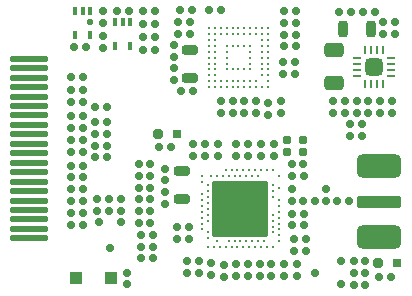
<source format=gbr>
%TF.GenerationSoftware,Altium Limited,Altium Designer,24.8.2 (39)*%
G04 Layer_Color=255*
%FSLAX45Y45*%
%MOMM*%
%TF.SameCoordinates,B03309B8-0E9A-45A2-8570-9956D1A1A338*%
%TF.FilePolarity,Positive*%
%TF.FileFunction,Pads,Top*%
%TF.Part,CustomerPanel*%
G01*
G75*
%TA.AperFunction,SMDPad,CuDef*%
G04:AMPARAMS|DCode=11|XSize=0.5mm|YSize=0.5mm|CornerRadius=0.125mm|HoleSize=0mm|Usage=FLASHONLY|Rotation=0.000|XOffset=0mm|YOffset=0mm|HoleType=Round|Shape=RoundedRectangle|*
%AMROUNDEDRECTD11*
21,1,0.50000,0.25000,0,0,0.0*
21,1,0.25000,0.50000,0,0,0.0*
1,1,0.25000,0.12500,-0.12500*
1,1,0.25000,-0.12500,-0.12500*
1,1,0.25000,-0.12500,0.12500*
1,1,0.25000,0.12500,0.12500*
%
%ADD11ROUNDEDRECTD11*%
G04:AMPARAMS|DCode=12|XSize=0.6mm|YSize=0.7mm|CornerRadius=0.15mm|HoleSize=0mm|Usage=FLASHONLY|Rotation=270.000|XOffset=0mm|YOffset=0mm|HoleType=Round|Shape=RoundedRectangle|*
%AMROUNDEDRECTD12*
21,1,0.60000,0.40000,0,0,270.0*
21,1,0.30000,0.70000,0,0,270.0*
1,1,0.30000,-0.20000,-0.15000*
1,1,0.30000,-0.20000,0.15000*
1,1,0.30000,0.20000,0.15000*
1,1,0.30000,0.20000,-0.15000*
%
%ADD12ROUNDEDRECTD12*%
G04:AMPARAMS|DCode=13|XSize=0.33mm|YSize=0.7mm|CornerRadius=0.0825mm|HoleSize=0mm|Usage=FLASHONLY|Rotation=0.000|XOffset=0mm|YOffset=0mm|HoleType=Round|Shape=RoundedRectangle|*
%AMROUNDEDRECTD13*
21,1,0.33000,0.53500,0,0,0.0*
21,1,0.16500,0.70000,0,0,0.0*
1,1,0.16500,0.08250,-0.26750*
1,1,0.16500,-0.08250,-0.26750*
1,1,0.16500,-0.08250,0.26750*
1,1,0.16500,0.08250,0.26750*
%
%ADD13ROUNDEDRECTD13*%
%ADD14R,0.33000X0.70000*%
G04:AMPARAMS|DCode=15|XSize=0.6mm|YSize=0.6mm|CornerRadius=0.15mm|HoleSize=0mm|Usage=FLASHONLY|Rotation=270.000|XOffset=0mm|YOffset=0mm|HoleType=Round|Shape=RoundedRectangle|*
%AMROUNDEDRECTD15*
21,1,0.60000,0.30000,0,0,270.0*
21,1,0.30000,0.60000,0,0,270.0*
1,1,0.30000,-0.15000,-0.15000*
1,1,0.30000,-0.15000,0.15000*
1,1,0.30000,0.15000,0.15000*
1,1,0.30000,0.15000,-0.15000*
%
%ADD15ROUNDEDRECTD15*%
%TA.AperFunction,BGAPad,CuDef*%
%ADD16C,0.26000*%
%TA.AperFunction,SMDPad,CuDef*%
G04:AMPARAMS|DCode=17|XSize=4.75mm|YSize=4.75mm|CornerRadius=0.2375mm|HoleSize=0mm|Usage=FLASHONLY|Rotation=0.000|XOffset=0mm|YOffset=0mm|HoleType=Round|Shape=RoundedRectangle|*
%AMROUNDEDRECTD17*
21,1,4.75000,4.27500,0,0,0.0*
21,1,4.27500,4.75000,0,0,0.0*
1,1,0.47500,2.13750,-2.13750*
1,1,0.47500,-2.13750,-2.13750*
1,1,0.47500,-2.13750,2.13750*
1,1,0.47500,2.13750,2.13750*
%
%ADD17ROUNDEDRECTD17*%
G04:AMPARAMS|DCode=18|XSize=0.6mm|YSize=0.6mm|CornerRadius=0.15mm|HoleSize=0mm|Usage=FLASHONLY|Rotation=0.000|XOffset=0mm|YOffset=0mm|HoleType=Round|Shape=RoundedRectangle|*
%AMROUNDEDRECTD18*
21,1,0.60000,0.30000,0,0,0.0*
21,1,0.30000,0.60000,0,0,0.0*
1,1,0.30000,0.15000,-0.15000*
1,1,0.30000,-0.15000,-0.15000*
1,1,0.30000,-0.15000,0.15000*
1,1,0.30000,0.15000,0.15000*
%
%ADD18ROUNDEDRECTD18*%
G04:AMPARAMS|DCode=19|XSize=0.6mm|YSize=0.7mm|CornerRadius=0.15mm|HoleSize=0mm|Usage=FLASHONLY|Rotation=0.000|XOffset=0mm|YOffset=0mm|HoleType=Round|Shape=RoundedRectangle|*
%AMROUNDEDRECTD19*
21,1,0.60000,0.40000,0,0,0.0*
21,1,0.30000,0.70000,0,0,0.0*
1,1,0.30000,0.15000,-0.20000*
1,1,0.30000,-0.15000,-0.20000*
1,1,0.30000,-0.15000,0.20000*
1,1,0.30000,0.15000,0.20000*
%
%ADD19ROUNDEDRECTD19*%
G04:AMPARAMS|DCode=20|XSize=0.8mm|YSize=1.35mm|CornerRadius=0.2mm|HoleSize=0mm|Usage=FLASHONLY|Rotation=90.000|XOffset=0mm|YOffset=0mm|HoleType=Round|Shape=RoundedRectangle|*
%AMROUNDEDRECTD20*
21,1,0.80000,0.95000,0,0,90.0*
21,1,0.40000,1.35000,0,0,90.0*
1,1,0.40000,0.47500,0.20000*
1,1,0.40000,0.47500,-0.20000*
1,1,0.40000,-0.47500,-0.20000*
1,1,0.40000,-0.47500,0.20000*
%
%ADD20ROUNDEDRECTD20*%
%TA.AperFunction,BGAPad,CuDef*%
%ADD21C,0.25000*%
%TA.AperFunction,ConnectorPad*%
G04:AMPARAMS|DCode=22|XSize=1mm|YSize=3.8mm|CornerRadius=0.25mm|HoleSize=0mm|Usage=FLASHONLY|Rotation=270.000|XOffset=0mm|YOffset=0mm|HoleType=Round|Shape=RoundedRectangle|*
%AMROUNDEDRECTD22*
21,1,1.00000,3.30000,0,0,270.0*
21,1,0.50000,3.80000,0,0,270.0*
1,1,0.50000,-1.65000,-0.25000*
1,1,0.50000,-1.65000,0.25000*
1,1,0.50000,1.65000,0.25000*
1,1,0.50000,1.65000,-0.25000*
%
%ADD22ROUNDEDRECTD22*%
G04:AMPARAMS|DCode=23|XSize=2mm|YSize=3.8mm|CornerRadius=0.5mm|HoleSize=0mm|Usage=FLASHONLY|Rotation=270.000|XOffset=0mm|YOffset=0mm|HoleType=Round|Shape=RoundedRectangle|*
%AMROUNDEDRECTD23*
21,1,2.00000,2.80000,0,0,270.0*
21,1,1.00000,3.80000,0,0,270.0*
1,1,1.00000,-1.40000,-0.50000*
1,1,1.00000,-1.40000,0.50000*
1,1,1.00000,1.40000,0.50000*
1,1,1.00000,1.40000,-0.50000*
%
%ADD23ROUNDEDRECTD23*%
%TA.AperFunction,SMDPad,CuDef*%
G04:AMPARAMS|DCode=24|XSize=0.8mm|YSize=0.8mm|CornerRadius=0.2mm|HoleSize=0mm|Usage=FLASHONLY|Rotation=270.000|XOffset=0mm|YOffset=0mm|HoleType=Round|Shape=RoundedRectangle|*
%AMROUNDEDRECTD24*
21,1,0.80000,0.40000,0,0,270.0*
21,1,0.40000,0.80000,0,0,270.0*
1,1,0.40000,-0.20000,-0.20000*
1,1,0.40000,-0.20000,0.20000*
1,1,0.40000,0.20000,0.20000*
1,1,0.40000,0.20000,-0.20000*
%
%ADD24ROUNDEDRECTD24*%
%ADD25R,0.80000X0.80000*%
G04:AMPARAMS|DCode=26|XSize=0.75mm|YSize=0.65mm|CornerRadius=0.1625mm|HoleSize=0mm|Usage=FLASHONLY|Rotation=0.000|XOffset=0mm|YOffset=0mm|HoleType=Round|Shape=RoundedRectangle|*
%AMROUNDEDRECTD26*
21,1,0.75000,0.32500,0,0,0.0*
21,1,0.42500,0.65000,0,0,0.0*
1,1,0.32500,0.21250,-0.16250*
1,1,0.32500,-0.21250,-0.16250*
1,1,0.32500,-0.21250,0.16250*
1,1,0.32500,0.21250,0.16250*
%
%ADD26ROUNDEDRECTD26*%
%ADD27R,1.10000X1.10000*%
G04:AMPARAMS|DCode=28|XSize=1.1mm|YSize=1.1mm|CornerRadius=0.275mm|HoleSize=0mm|Usage=FLASHONLY|Rotation=270.000|XOffset=0mm|YOffset=0mm|HoleType=Round|Shape=RoundedRectangle|*
%AMROUNDEDRECTD28*
21,1,1.10000,0.55000,0,0,270.0*
21,1,0.55000,1.10000,0,0,270.0*
1,1,0.55000,-0.27500,-0.27500*
1,1,0.55000,-0.27500,0.27500*
1,1,0.55000,0.27500,0.27500*
1,1,0.55000,0.27500,-0.27500*
%
%ADD28ROUNDEDRECTD28*%
%ADD29R,0.75000X0.23000*%
G04:AMPARAMS|DCode=30|XSize=0.23mm|YSize=0.75mm|CornerRadius=0.0575mm|HoleSize=0mm|Usage=FLASHONLY|Rotation=90.000|XOffset=0mm|YOffset=0mm|HoleType=Round|Shape=RoundedRectangle|*
%AMROUNDEDRECTD30*
21,1,0.23000,0.63500,0,0,90.0*
21,1,0.11500,0.75000,0,0,90.0*
1,1,0.11500,0.31750,0.05750*
1,1,0.11500,0.31750,-0.05750*
1,1,0.11500,-0.31750,-0.05750*
1,1,0.11500,-0.31750,0.05750*
%
%ADD30ROUNDEDRECTD30*%
G04:AMPARAMS|DCode=31|XSize=0.23mm|YSize=0.75mm|CornerRadius=0.0575mm|HoleSize=0mm|Usage=FLASHONLY|Rotation=0.000|XOffset=0mm|YOffset=0mm|HoleType=Round|Shape=RoundedRectangle|*
%AMROUNDEDRECTD31*
21,1,0.23000,0.63500,0,0,0.0*
21,1,0.11500,0.75000,0,0,0.0*
1,1,0.11500,0.05750,-0.31750*
1,1,0.11500,-0.05750,-0.31750*
1,1,0.11500,-0.05750,0.31750*
1,1,0.11500,0.05750,0.31750*
%
%ADD31ROUNDEDRECTD31*%
G04:AMPARAMS|DCode=32|XSize=1.5mm|YSize=1.5mm|CornerRadius=0.375mm|HoleSize=0mm|Usage=FLASHONLY|Rotation=0.000|XOffset=0mm|YOffset=0mm|HoleType=Round|Shape=RoundedRectangle|*
%AMROUNDEDRECTD32*
21,1,1.50000,0.75000,0,0,0.0*
21,1,0.75000,1.50000,0,0,0.0*
1,1,0.75000,0.37500,-0.37500*
1,1,0.75000,-0.37500,-0.37500*
1,1,0.75000,-0.37500,0.37500*
1,1,0.75000,0.37500,0.37500*
%
%ADD32ROUNDEDRECTD32*%
G04:AMPARAMS|DCode=33|XSize=0.8mm|YSize=1.35mm|CornerRadius=0.2mm|HoleSize=0mm|Usage=FLASHONLY|Rotation=180.000|XOffset=0mm|YOffset=0mm|HoleType=Round|Shape=RoundedRectangle|*
%AMROUNDEDRECTD33*
21,1,0.80000,0.95000,0,0,180.0*
21,1,0.40000,1.35000,0,0,180.0*
1,1,0.40000,-0.20000,0.47500*
1,1,0.40000,0.20000,0.47500*
1,1,0.40000,0.20000,-0.47500*
1,1,0.40000,-0.20000,-0.47500*
%
%ADD33ROUNDEDRECTD33*%
G04:AMPARAMS|DCode=34|XSize=1.65mm|YSize=1.25mm|CornerRadius=0.3125mm|HoleSize=0mm|Usage=FLASHONLY|Rotation=0.000|XOffset=0mm|YOffset=0mm|HoleType=Round|Shape=RoundedRectangle|*
%AMROUNDEDRECTD34*
21,1,1.65000,0.62500,0,0,0.0*
21,1,1.02500,1.25000,0,0,0.0*
1,1,0.62500,0.51250,-0.31250*
1,1,0.62500,-0.51250,-0.31250*
1,1,0.62500,-0.51250,0.31250*
1,1,0.62500,0.51250,0.31250*
%
%ADD34ROUNDEDRECTD34*%
G04:AMPARAMS|DCode=35|XSize=3.2mm|YSize=0.5mm|CornerRadius=0.125mm|HoleSize=0mm|Usage=FLASHONLY|Rotation=0.000|XOffset=0mm|YOffset=0mm|HoleType=Round|Shape=RoundedRectangle|*
%AMROUNDEDRECTD35*
21,1,3.20000,0.25000,0,0,0.0*
21,1,2.95000,0.50000,0,0,0.0*
1,1,0.25000,1.47500,-0.12500*
1,1,0.25000,-1.47500,-0.12500*
1,1,0.25000,-1.47500,0.12500*
1,1,0.25000,1.47500,0.12500*
%
%ADD35ROUNDEDRECTD35*%
D11*
X1819998Y3569996D02*
D03*
D12*
X3725000Y1449995D02*
D03*
X3945000Y1544996D02*
D03*
Y1354993D02*
D03*
D13*
X1819998Y3464996D02*
D03*
X1689996D02*
D03*
Y3664995D02*
D03*
X1754995D02*
D03*
X2160000Y3369995D02*
D03*
X2029997D02*
D03*
Y3569995D02*
D03*
X2094996D02*
D03*
D14*
X1819998Y3664995D02*
D03*
X2160000Y3569995D02*
D03*
D15*
X3874997Y2804997D02*
D03*
X3974997D02*
D03*
X3875001Y2904996D02*
D03*
X3975000D02*
D03*
X2329997Y1969995D02*
D03*
X2229997D02*
D03*
X2664997Y3569995D02*
D03*
X2564997D02*
D03*
X4149998Y1344996D02*
D03*
X4049999D02*
D03*
X2329997Y2369993D02*
D03*
X2229997D02*
D03*
Y2069995D02*
D03*
X2329997D02*
D03*
X2229997Y2269996D02*
D03*
X2329997D02*
D03*
Y2169995D02*
D03*
X2229997D02*
D03*
X4049999Y1444996D02*
D03*
X4149998D02*
D03*
X4264999Y1414995D02*
D03*
X4364999D02*
D03*
X4150000Y1544995D02*
D03*
X4050000D02*
D03*
X1759999Y2894997D02*
D03*
X1659999D02*
D03*
X1759997Y2994998D02*
D03*
X1659997D02*
D03*
X2249997Y1769995D02*
D03*
X2349997D02*
D03*
X2349999Y1669994D02*
D03*
X2250000D02*
D03*
X2350000Y1569996D02*
D03*
X2250000D02*
D03*
X2229997Y1869995D02*
D03*
X2329997D02*
D03*
X2654999Y1734997D02*
D03*
X2554999D02*
D03*
X1659997Y2354996D02*
D03*
X1759997D02*
D03*
X1659997Y2254997D02*
D03*
X1759997D02*
D03*
X1959999Y2424994D02*
D03*
X1859999D02*
D03*
X1959999Y2624996D02*
D03*
X1859999D02*
D03*
X1959997Y2724996D02*
D03*
X1859997D02*
D03*
X1659999Y2574996D02*
D03*
X1759999D02*
D03*
X1760000Y2474994D02*
D03*
X1660000D02*
D03*
X1659997Y2674995D02*
D03*
X1759997D02*
D03*
X1659999Y2774995D02*
D03*
X1759999D02*
D03*
X1959996Y2524994D02*
D03*
X1859997D02*
D03*
X4019999Y2604998D02*
D03*
X4119999D02*
D03*
Y2704998D02*
D03*
X4019999D02*
D03*
X1859999Y2854993D02*
D03*
X1959999D02*
D03*
X2564999Y3469997D02*
D03*
X2664999D02*
D03*
X2579997Y3669998D02*
D03*
X2679996D02*
D03*
X1660000Y3109996D02*
D03*
X1760000D02*
D03*
X3560000Y3364997D02*
D03*
X3460000D02*
D03*
X1659997Y2054996D02*
D03*
X1759997D02*
D03*
X1659998Y2154996D02*
D03*
X1759998D02*
D03*
X3644999Y1634996D02*
D03*
X3544999D02*
D03*
X3644999Y1734996D02*
D03*
X3544999D02*
D03*
X3530001Y1849995D02*
D03*
X3630001D02*
D03*
X3630000Y2269994D02*
D03*
X3530001D02*
D03*
X3625001Y2369993D02*
D03*
X3525001D02*
D03*
X3630001Y1949994D02*
D03*
X3530001D02*
D03*
X3620000Y2054994D02*
D03*
X3720000D02*
D03*
X4010000D02*
D03*
X3910000D02*
D03*
X2554998Y1834998D02*
D03*
X2654998D02*
D03*
X4129997Y3659995D02*
D03*
X4229997D02*
D03*
X4029997D02*
D03*
X3929997D02*
D03*
X1784997Y3359995D02*
D03*
X1684997D02*
D03*
X2365001Y3664994D02*
D03*
X2265001D02*
D03*
X2044999Y3664997D02*
D03*
X2144999D02*
D03*
X2265001Y3554997D02*
D03*
X2365001D02*
D03*
X2264998Y3334993D02*
D03*
X2364998D02*
D03*
X2365001Y3444995D02*
D03*
X2265001D02*
D03*
X3452998Y3129997D02*
D03*
X3552998D02*
D03*
X2689997Y2984994D02*
D03*
X2589997D02*
D03*
X1760000Y1854995D02*
D03*
X1660000D02*
D03*
X1760000Y1954995D02*
D03*
X1660000D02*
D03*
X2504999Y2509996D02*
D03*
X2404999D02*
D03*
X2830001Y3669998D02*
D03*
X2930001D02*
D03*
X3552998Y3229997D02*
D03*
X3452998D02*
D03*
X3460001Y3664997D02*
D03*
X3560001D02*
D03*
X3459998Y3464998D02*
D03*
X3559998D02*
D03*
X3460001Y3564997D02*
D03*
X3560001D02*
D03*
D16*
X2817226Y1939998D02*
D03*
X2967223Y2314993D02*
D03*
X3017226D02*
D03*
X3367228D02*
D03*
X3317225D02*
D03*
X3267228D02*
D03*
X3217225D02*
D03*
X3167228D02*
D03*
X3117226D02*
D03*
X3067228Y1664997D02*
D03*
X2892227Y1714995D02*
D03*
X2992227D02*
D03*
X3042225D02*
D03*
X2817226Y1664997D02*
D03*
X2867224D02*
D03*
X2917226D02*
D03*
X2967223D02*
D03*
X3017226D02*
D03*
X3367228D02*
D03*
X3317225D02*
D03*
X3267228D02*
D03*
X3217225D02*
D03*
X3167228D02*
D03*
X3117226D02*
D03*
X3417225Y1714995D02*
D03*
X3292227D02*
D03*
X3242224D02*
D03*
X3192227D02*
D03*
X3142224D02*
D03*
X3092227D02*
D03*
Y2264996D02*
D03*
X2842225D02*
D03*
X2892227D02*
D03*
X2942225D02*
D03*
X2992227D02*
D03*
X3042225D02*
D03*
X3417225D02*
D03*
X3242224D02*
D03*
X3192227D02*
D03*
X3142224D02*
D03*
X3067228Y2314993D02*
D03*
X2817226Y1739993D02*
D03*
Y1789996D02*
D03*
X2767224Y1814994D02*
D03*
Y1864997D02*
D03*
X2817226Y1889995D02*
D03*
X2767224Y1914994D02*
D03*
Y1964997D02*
D03*
X2817226Y1989995D02*
D03*
X2767224Y2014994D02*
D03*
X2817226Y2039998D02*
D03*
X2767224Y2064996D02*
D03*
X2817226Y2089995D02*
D03*
X2767224Y2114994D02*
D03*
X2817226Y2139997D02*
D03*
Y2189995D02*
D03*
X2767224Y2214994D02*
D03*
Y2264996D02*
D03*
X3367228Y1939998D02*
D03*
Y1789996D02*
D03*
Y1889995D02*
D03*
Y2089995D02*
D03*
Y2139997D02*
D03*
Y2189995D02*
D03*
X3417225Y1814994D02*
D03*
Y1864997D02*
D03*
Y1914994D02*
D03*
Y1964997D02*
D03*
Y2014994D02*
D03*
Y2064996D02*
D03*
Y2164996D02*
D03*
X3367223Y1839998D02*
D03*
X3417225Y1764997D02*
D03*
D17*
X3092227Y1989995D02*
D03*
D18*
X3124998Y2899996D02*
D03*
Y2799996D02*
D03*
X2079998Y1974995D02*
D03*
Y2074995D02*
D03*
X2845001Y1429994D02*
D03*
Y1529993D02*
D03*
X2955001Y1509994D02*
D03*
Y1409994D02*
D03*
X3254998Y1524996D02*
D03*
Y1424997D02*
D03*
X3155001Y1424996D02*
D03*
Y1524996D02*
D03*
X2640000Y1544994D02*
D03*
Y1444994D02*
D03*
X2740001Y1544996D02*
D03*
Y1444996D02*
D03*
X1980000Y1974997D02*
D03*
Y2074997D02*
D03*
X4174999Y2904997D02*
D03*
Y2804997D02*
D03*
X4075000Y2904997D02*
D03*
Y2804997D02*
D03*
X4274998D02*
D03*
Y2904997D02*
D03*
X4374996Y2904996D02*
D03*
Y2804997D02*
D03*
X3574998Y1524994D02*
D03*
Y1424994D02*
D03*
X3354998Y1424995D02*
D03*
Y1524994D02*
D03*
X2794999Y2539993D02*
D03*
Y2439993D02*
D03*
X3054998Y2439996D02*
D03*
Y2539996D02*
D03*
X3264997Y2539997D02*
D03*
Y2439997D02*
D03*
X3815000Y2154994D02*
D03*
Y2054994D02*
D03*
X3530001Y2154994D02*
D03*
Y2054994D02*
D03*
X2454996Y2029995D02*
D03*
Y2129994D02*
D03*
Y2329994D02*
D03*
Y2229995D02*
D03*
X2900000Y2539996D02*
D03*
Y2439996D02*
D03*
X3054998Y1424996D02*
D03*
Y1524995D02*
D03*
X3460001Y1424995D02*
D03*
Y1524995D02*
D03*
X3158532Y2539997D02*
D03*
Y2439997D02*
D03*
X3379999Y2539996D02*
D03*
Y2439996D02*
D03*
X2690001Y2539996D02*
D03*
Y2439996D02*
D03*
X4399999Y3571995D02*
D03*
Y3471995D02*
D03*
X4299999Y3571995D02*
D03*
Y3471995D02*
D03*
X1924996Y3664994D02*
D03*
Y3564995D02*
D03*
Y3354998D02*
D03*
Y3454997D02*
D03*
X3024998Y2899996D02*
D03*
Y2799996D02*
D03*
X2924998Y2899996D02*
D03*
Y2799996D02*
D03*
X3324998Y2884995D02*
D03*
Y2784995D02*
D03*
X3224998Y2899995D02*
D03*
Y2799995D02*
D03*
X1879999Y1974994D02*
D03*
Y2074993D02*
D03*
X3434998Y2899996D02*
D03*
Y2799996D02*
D03*
X2129998Y1449995D02*
D03*
Y1349995D02*
D03*
X2529998Y3179996D02*
D03*
Y3079996D02*
D03*
Y3274996D02*
D03*
Y3374996D02*
D03*
D19*
X1990001Y1654997D02*
D03*
X1895000Y1874997D02*
D03*
X2084997D02*
D03*
D20*
X2662997Y3094994D02*
D03*
Y3334994D02*
D03*
X2594996Y2069995D02*
D03*
Y2309995D02*
D03*
D21*
X2824996Y3519996D02*
D03*
X2874999D02*
D03*
X2924996D02*
D03*
X2974999D02*
D03*
X3025001D02*
D03*
X3074998D02*
D03*
X3125001D02*
D03*
X3174998D02*
D03*
X3225001D02*
D03*
X3274998D02*
D03*
X3325000D02*
D03*
X2824996Y3469994D02*
D03*
X2874999D02*
D03*
X2924996D02*
D03*
X2974999D02*
D03*
X3025001D02*
D03*
X3074998D02*
D03*
X3125001D02*
D03*
X3174998D02*
D03*
X3225001D02*
D03*
X3325000D02*
D03*
X2824996Y3419996D02*
D03*
X2874999D02*
D03*
X3274998D02*
D03*
X3325000D02*
D03*
X2824996Y3369994D02*
D03*
X2874999D02*
D03*
X2974999D02*
D03*
X3025001D02*
D03*
X3074998D02*
D03*
X3125001D02*
D03*
X3174998D02*
D03*
X3274998D02*
D03*
X3325000D02*
D03*
X2824996Y3319996D02*
D03*
X2874999D02*
D03*
X2974999D02*
D03*
X3174998D02*
D03*
X3274998D02*
D03*
X3325000D02*
D03*
X2824996Y3269994D02*
D03*
X2874999D02*
D03*
X2974999D02*
D03*
X3174998D02*
D03*
X3274998D02*
D03*
X3325000D02*
D03*
X2824996Y3219997D02*
D03*
X2874999D02*
D03*
X2974999D02*
D03*
X3174998D02*
D03*
X3274998D02*
D03*
X3325000D02*
D03*
X2824996Y3169994D02*
D03*
X2874999D02*
D03*
X2974999D02*
D03*
X3025001D02*
D03*
X3074998D02*
D03*
X3125001D02*
D03*
X3174998D02*
D03*
X3274998D02*
D03*
X3325000D02*
D03*
X2824996Y3119997D02*
D03*
X2874999D02*
D03*
X3274998D02*
D03*
X3325000D02*
D03*
X2824996Y3069994D02*
D03*
X2874999D02*
D03*
X2924996D02*
D03*
X2974999D02*
D03*
X3025001D02*
D03*
X3074998D02*
D03*
X3125001D02*
D03*
X3174998D02*
D03*
X3225001D02*
D03*
X3325000D02*
D03*
X2824996Y3019997D02*
D03*
X2874999D02*
D03*
X2924996D02*
D03*
X2974999D02*
D03*
X3025001D02*
D03*
X3074998D02*
D03*
X3125001D02*
D03*
X3174998D02*
D03*
X3225001D02*
D03*
X3274998D02*
D03*
X3325000D02*
D03*
X3274998Y3469994D02*
D03*
D22*
X4264997Y2049994D02*
D03*
D23*
Y2349994D02*
D03*
Y1749995D02*
D03*
D24*
X2394997Y2624996D02*
D03*
X4254997Y1529995D02*
D03*
D25*
X2554997Y2624996D02*
D03*
X4414997Y1529995D02*
D03*
D26*
X3485001Y2569993D02*
D03*
X3625001D02*
D03*
Y2469994D02*
D03*
X3485001D02*
D03*
D27*
X1999997Y1399993D02*
D03*
D28*
X1699998D02*
D03*
D29*
X4080001Y3266997D02*
D03*
D30*
Y3216994D02*
D03*
Y3166997D02*
D03*
Y3116994D02*
D03*
X4369998D02*
D03*
Y3166997D02*
D03*
Y3216994D02*
D03*
Y3266997D02*
D03*
D31*
X4149998Y3046997D02*
D03*
X4200000D02*
D03*
X4249998D02*
D03*
X4300000D02*
D03*
Y3336994D02*
D03*
X4249998D02*
D03*
X4200000D02*
D03*
X4149998D02*
D03*
D32*
X4224999Y3191995D02*
D03*
D33*
X4199999Y3511995D02*
D03*
X3960000D02*
D03*
D34*
X3885000Y3054996D02*
D03*
Y3334996D02*
D03*
D35*
X1299998Y1899997D02*
D03*
Y1819997D02*
D03*
Y1979997D02*
D03*
Y1739997D02*
D03*
Y2139996D02*
D03*
Y2059996D02*
D03*
Y2379996D02*
D03*
Y2219996D02*
D03*
Y2619995D02*
D03*
Y2299996D02*
D03*
Y2539995D02*
D03*
Y2459996D02*
D03*
Y2779995D02*
D03*
Y3019994D02*
D03*
Y3099994D02*
D03*
Y3179994D02*
D03*
Y2699995D02*
D03*
Y3259994D02*
D03*
Y2859995D02*
D03*
Y2939995D02*
D03*
%TF.MD5,0aa3eeb3f9d6b751788944a6508f78f9*%
M02*

</source>
